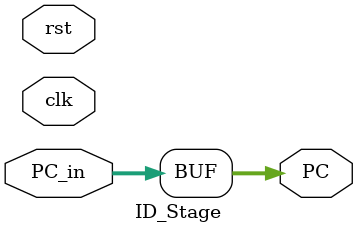
<source format=v>

module ID_Stage (
    input clk, rst,
    input [31:0] PC_in,
    output [31:0] PC
);

    assign PC = PC_in;

endmodule

</source>
